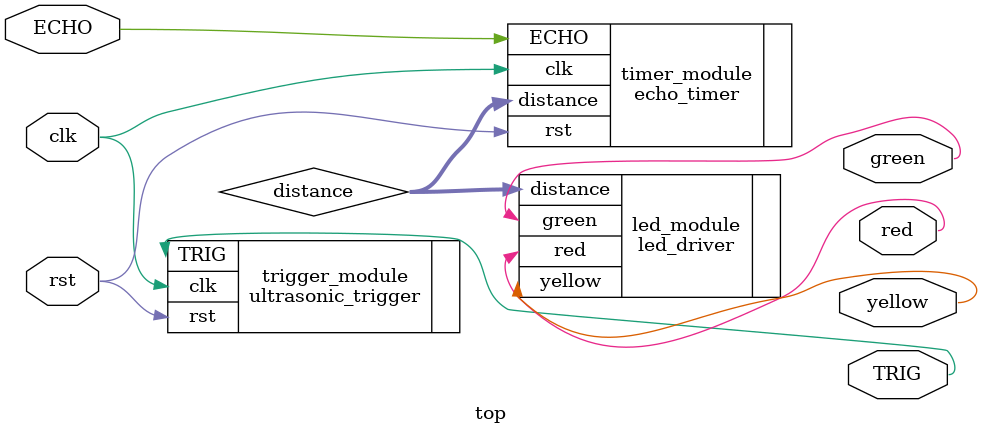
<source format=v>
module top(
    input clk,
    input rst,
    input ECHO,
    output TRIG,
    output red, yellow, green
);
    wire [15:0] distance;

    ultrasonic_trigger trigger_module(
        .clk(clk),
        .rst(rst),
        .TRIG(TRIG)
    );

    echo_timer timer_module(
        .clk(clk),
        .rst(rst),
        .ECHO(ECHO),
        .distance(distance)
    );

    led_driver led_module(
        .distance(distance),
        .red(red),
        .yellow(yellow),
        .green(green)
    );
endmodule

</source>
